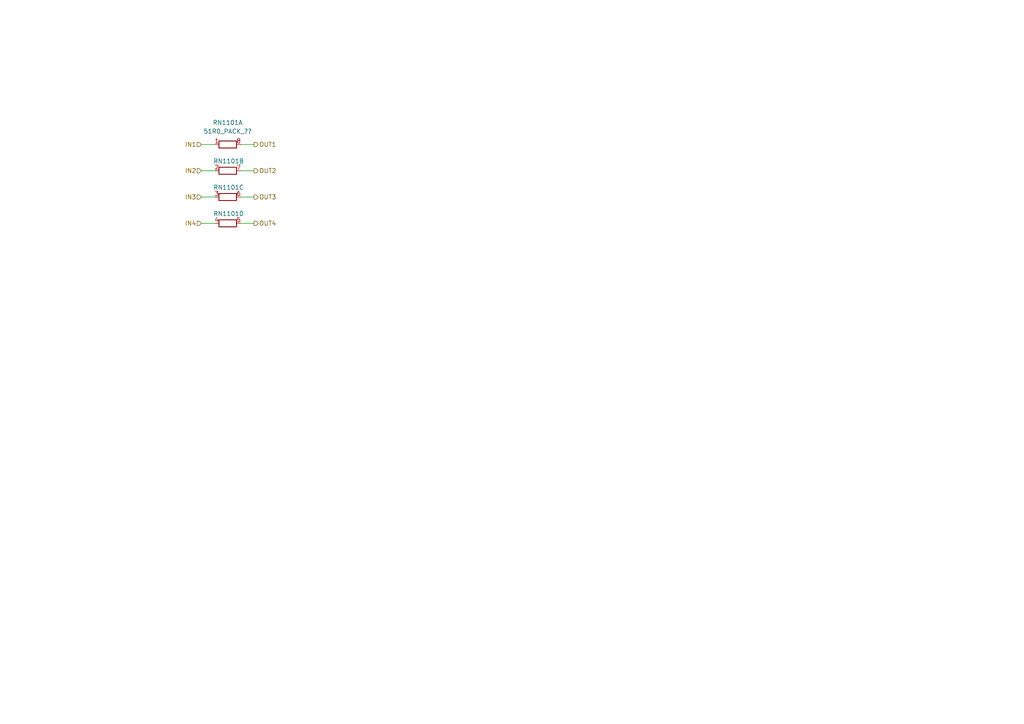
<source format=kicad_sch>
(kicad_sch (version 20250114) (generator "eeschema") (generator_version "9.0")
  (paper "A4")
  (title_block (title "Beacon Tower") (date "2025-06-14") (rev "1"))
  (lib_symbols
    (symbol "Device:R_Pack04_Split" (pin_names (offset 0) (hide yes))
      (property "Reference" "RN" (at 2.032 0 90))
      (property "Value" "R_Pack04_Split" (at 0 0 90))
      (symbol "R_Pack04_Split_0_1"
        (rectangle (start 1.016 2.54) (end -1.016 -2.54) (stroke (width 0.254)))
      )
      (symbol "R_Pack04_Split_1_1"
        (pin passive line (at 0 3.81 270) (length 1.27) (name "R1.2") (number "8"))
        (pin passive line (at 0 -3.81 90) (length 1.27) (name "R1.1") (number "1"))
      )
      (symbol "R_Pack04_Split_2_1"
        (pin passive line (at 0 3.81 270) (length 1.27) (name "R2.2") (number "7"))
        (pin passive line (at 0 -3.81 90) (length 1.27) (name "R2.1") (number "2"))
      )
      (symbol "R_Pack04_Split_3_1"
        (pin passive line (at 0 3.81 270) (length 1.27) (name "R3.2") (number "6"))
        (pin passive line (at 0 -3.81 90) (length 1.27) (name "R3.1") (number "3"))
      )
      (symbol "R_Pack04_Split_4_1"
        (pin passive line (at 0 3.81 270) (length 1.27) (name "R4.2") (number "5"))
        (pin passive line (at 0 -3.81 90) (length 1.27) (name "R4.1") (number "4"))
      )
    )
  )
  (wire (pts (xy 73.66 41.91) (xy 69.85 41.91)))
  (wire (pts (xy 58.42 41.91) (xy 62.23 41.91)))
  (wire (pts (xy 73.66 57.15) (xy 69.85 57.15)))
  (wire (pts (xy 73.66 64.77) (xy 69.85 64.77)))
  (wire (pts (xy 58.42 64.77) (xy 62.23 64.77)))
  (wire (pts (xy 73.66 49.53) (xy 69.85 49.53)))
  (wire (pts (xy 58.42 49.53) (xy 62.23 49.53)))
  (wire (pts (xy 58.42 57.15) (xy 62.23 57.15)))
  (hierarchical_label "OUT4" (shape output) (at 73.66 64.77 0) (property "Intersheetrefs" "${INTERSHEET_REFS}" (effects (hide yes))))
  (hierarchical_label "OUT2" (shape output) (at 73.66 49.53 0) (property "Intersheetrefs" "${INTERSHEET_REFS}" (effects (hide yes))))
  (hierarchical_label "OUT1" (shape output) (at 73.66 41.91 0) (property "Intersheetrefs" "${INTERSHEET_REFS}" (effects (hide yes))))
  (hierarchical_label "IN3" (shape input) (at 58.42 57.15 180) (property "Intersheetrefs" "${INTERSHEET_REFS}" (effects (hide yes))))
  (hierarchical_label "IN1" (shape input) (at 58.42 41.91 180) (property "Intersheetrefs" "${INTERSHEET_REFS}" (effects (hide yes))))
  (hierarchical_label "IN4" (shape input) (at 58.42 64.77 180) (property "Intersheetrefs" "${INTERSHEET_REFS}" (effects (hide yes))))
  (hierarchical_label "OUT3" (shape output) (at 73.66 57.15 0) (property "Intersheetrefs" "${INTERSHEET_REFS}" (effects (hide yes))))
  (hierarchical_label "IN2" (shape input) (at 58.42 49.53 180) (property "Intersheetrefs" "${INTERSHEET_REFS}" (effects (hide yes))))
  (symbol (lib_id "Device:R_Pack04_Split") (at 66.04 49.53 270) (unit 2)
    (property "Reference" "RN1101" (at 66.294 46.736 90))
    (property "Value" "51R0_PACK_??" (effects (hide yes)))
    (property "Description" "4 resistor network, parallel topology, split" (effects (hide yes)))
  )
  (symbol (lib_id "Device:R_Pack04_Split") (at 66.04 57.15 270) (unit 3)
    (property "Reference" "RN1101" (at 66.294 54.356 90))
    (property "Value" "51R0_PACK_??" (effects (hide yes)))
    (property "Description" "4 resistor network, parallel topology, split" (effects (hide yes)))
  )
  (symbol (lib_id "Device:R_Pack04_Split") (at 66.04 64.77 270) (unit 4)
    (property "Reference" "RN1101" (at 66.294 61.976 90))
    (property "Value" "51R0_PACK_??" (effects (hide yes)))
    (property "Description" "4 resistor network, parallel topology, split" (effects (hide yes)))
  )
  (symbol (lib_id "Device:R_Pack04_Split") (at 66.04 41.91 270) (unit 1)
    (property "Reference" "RN1101" (at 66.04 35.56 90))
    (property "Value" "51R0_PACK_??" (at 66.04 38.1 90))
    (property "Description" "4 resistor network, parallel topology, split" (effects (hide yes)))
  )
)
</source>
